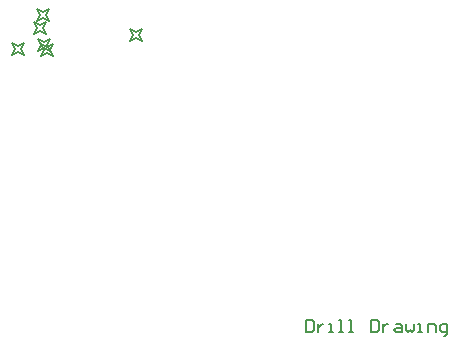
<source format=gbr>
G04 Layer_Color=2752767*
%FSLAX45Y45*%
%MOMM*%
%TF.FileFunction,Drawing*%
%TF.Part,Single*%
%TFFileComment,The blind Vias under BGA and Other Pads are Via-In-Pad (VIP)*%
G01*
G75*
%TA.AperFunction,NonConductor*%
%ADD39C,0.15000*%
%ADD155C,0.12700*%
D39*
X3599430Y-2422042D02*
Y-2522009D01*
X3649414D01*
X3666075Y-2505348D01*
Y-2438703D01*
X3649414Y-2422042D01*
X3599430D01*
X3699398Y-2455364D02*
Y-2522009D01*
Y-2488687D01*
X3716060Y-2472026D01*
X3732721Y-2455364D01*
X3749382D01*
X3799366Y-2522009D02*
X3832689D01*
X3816027D01*
Y-2455364D01*
X3799366D01*
X3882672Y-2522009D02*
X3915995D01*
X3899334D01*
Y-2422042D01*
X3882672D01*
X3965979Y-2522009D02*
X3999301D01*
X3982640D01*
Y-2422042D01*
X3965979D01*
X4149253D02*
Y-2522009D01*
X4199237D01*
X4215898Y-2505348D01*
Y-2438703D01*
X4199237Y-2422042D01*
X4149253D01*
X4249221Y-2455364D02*
Y-2522009D01*
Y-2488687D01*
X4265882Y-2472026D01*
X4282543Y-2455364D01*
X4299205D01*
X4365850D02*
X4399173D01*
X4415834Y-2472026D01*
Y-2522009D01*
X4365850D01*
X4349189Y-2505348D01*
X4365850Y-2488687D01*
X4415834D01*
X4449156Y-2455364D02*
Y-2505348D01*
X4465818Y-2522009D01*
X4482479Y-2505348D01*
X4499140Y-2522009D01*
X4515801Y-2505348D01*
Y-2455364D01*
X4549124Y-2522009D02*
X4582447D01*
X4565786D01*
Y-2455364D01*
X4549124D01*
X4632431Y-2522009D02*
Y-2455364D01*
X4682415D01*
X4699076Y-2472026D01*
Y-2522009D01*
X4765721Y-2555332D02*
X4782382D01*
X4799043Y-2538671D01*
Y-2455364D01*
X4749060D01*
X4732398Y-2472026D01*
Y-2505348D01*
X4749060Y-2522009D01*
X4799043D01*
D155*
X1328368Y-142170D02*
X1353768Y-91370D01*
X1328368Y-40570D01*
X1379168Y-65970D01*
X1429968Y-40570D01*
X1404568Y-91370D01*
X1429968Y-142170D01*
X1379168Y-116770D01*
X1328368Y-142170D01*
X1359640Y-185568D02*
X1385040Y-134768D01*
X1359640Y-83968D01*
X1410440Y-109368D01*
X1461240Y-83968D01*
X1435840Y-134768D01*
X1461240Y-185568D01*
X1410440Y-160168D01*
X1359640Y-185568D01*
X1326472Y108970D02*
X1351872Y159770D01*
X1326472Y210570D01*
X1377272Y185170D01*
X1428072Y210570D01*
X1402672Y159770D01*
X1428072Y108970D01*
X1377272Y134370D01*
X1326472Y108970D01*
X1299366Y1593D02*
X1324766Y52393D01*
X1299366Y103193D01*
X1350166Y77793D01*
X1400966Y103193D01*
X1375566Y52393D01*
X1400966Y1593D01*
X1350166Y26993D01*
X1299366Y1593D01*
X2109652Y-57234D02*
X2135052Y-6434D01*
X2109652Y44366D01*
X2160452Y18966D01*
X2211252Y44366D01*
X2185852Y-6434D01*
X2211252Y-57234D01*
X2160452Y-31834D01*
X2109652Y-57234D01*
X1109531Y-175863D02*
X1134931Y-125063D01*
X1109531Y-74263D01*
X1160331Y-99663D01*
X1211131Y-74263D01*
X1185731Y-125063D01*
X1211131Y-175863D01*
X1160331Y-150463D01*
X1109531Y-175863D01*
%TF.MD5,4c0e607529e8e008b39c52ab4138a910*%
M02*

</source>
